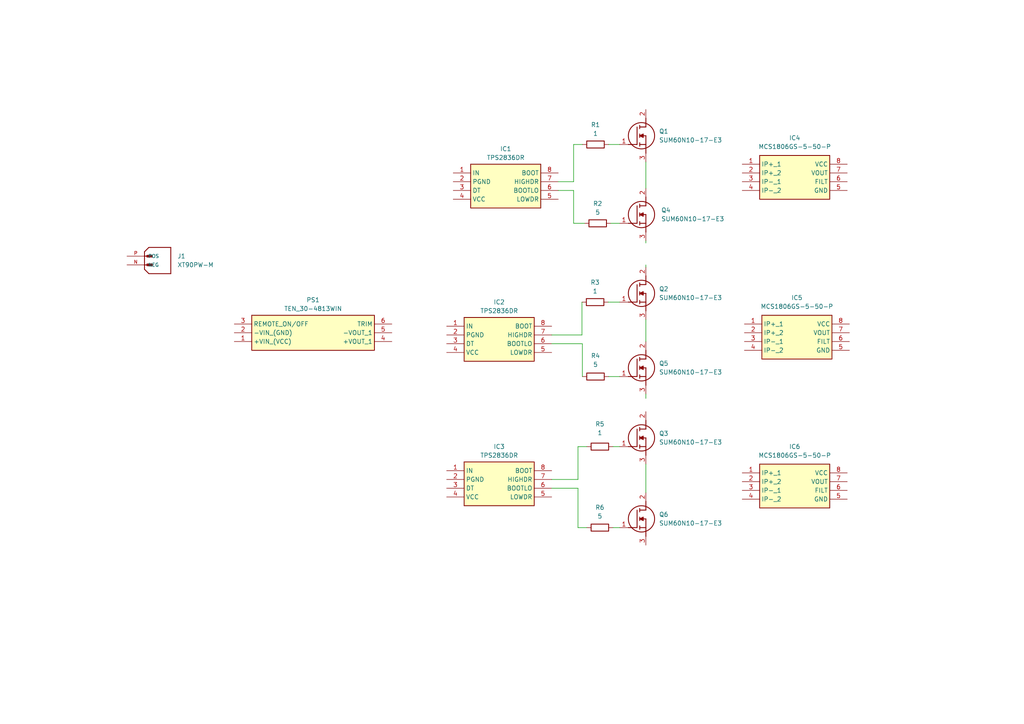
<source format=kicad_sch>
(kicad_sch (version 20230121) (generator eeschema)
  (paper "A4")
  (lib_symbols
    (symbol "Device:R" (pin_numbers hide) (pin_names (offset 0))
      (property "Reference" "R" (at 2.032 0 90))
      (property "Value" "R" (at 0 0 90))
      (symbol "R_0_1"
        (rectangle (start -1.016 -2.54) (end 1.016 2.54) (stroke (width 0.254)))
      )
      (symbol "R_1_1"
        (pin passive line (at 0 3.81 270) (length 1.27) (name "~") (number "1"))
        (pin passive line (at 0 -3.81 90) (length 1.27) (name "~") (number "2"))
      )
    )
    (symbol "MCS1806GS-5-50-P:MCS1806GS-5-50-P"
      (property "Reference" "IC" (at 26.67 7.62 0))
      (property "Value" "MCS1806GS-5-50-P" (at 26.67 5.08 0))
      (symbol "MCS1806GS-5-50-P_1_1"
        (rectangle (start 5.08 2.54) (end 25.4 -10.16) (stroke (width 0.254)) (fill (type background)))
        (pin passive line (at 0 0 0) (length 5.08) (name "IP+_1") (number "1"))
        (pin passive line (at 0 -2.54 0) (length 5.08) (name "IP+_2") (number "2"))
        (pin passive line (at 0 -5.08 0) (length 5.08) (name "IP-_1") (number "3"))
        (pin passive line (at 0 -7.62 0) (length 5.08) (name "IP-_2") (number "4"))
        (pin passive line (at 30.48 -7.62 180) (length 5.08) (name "GND") (number "5"))
        (pin passive line (at 30.48 -5.08 180) (length 5.08) (name "FILT") (number "6"))
        (pin passive line (at 30.48 -2.54 180) (length 5.08) (name "VOUT") (number "7"))
        (pin passive line (at 30.48 0 180) (length 5.08) (name "VCC") (number "8"))
      )
    )
    (symbol "SUM60N10-17-E3:SUM60N10-17-E3" (pin_names hide)
      (property "Reference" "Q" (at 11.43 3.81 0))
      (property "Value" "SUM60N10-17-E3" (at 11.43 1.27 0))
      (symbol "SUM60N10-17-E3_1_1"
        (polyline (pts (xy 2.54 0) (xy 5.08 0)) (stroke (width 0.254)))
        (polyline (pts (xy 5.08 5.08) (xy 5.08 0)) (stroke (width 0.254)))
        (polyline (pts (xy 5.842 -0.508) (xy 5.842 0.508)) (stroke (width 0.254)))
        (polyline (pts (xy 5.842 0) (xy 7.62 0)) (stroke (width 0.254)))
        (polyline (pts (xy 5.842 2.032) (xy 5.842 3.048)) (stroke (width 0.254)))
        (polyline (pts (xy 5.842 5.588) (xy 5.842 4.572)) (stroke (width 0.254)))
        (polyline (pts (xy 7.62 2.54) (xy 5.842 2.54)) (stroke (width 0.254)))
        (polyline (pts (xy 7.62 2.54) (xy 7.62 -2.54)) (stroke (width 0.254)))
        (polyline (pts (xy 7.62 5.08) (xy 5.842 5.08)) (stroke (width 0.254)))
        (polyline (pts (xy 7.62 5.08) (xy 7.62 7.62)) (stroke (width 0.254)))
        (polyline (pts (xy 5.842 2.54) (xy 6.858 3.048) (xy 6.858 2.032) (xy 5.842 2.54)) (stroke (width 0.254)) (fill (type outline)))
        (circle (center 6.35 2.54) (radius 3.81) (stroke (width 0.254)))
        (pin passive line (at 0 0 0) (length 2.54) (name "G") (number "1"))
        (pin passive line (at 7.62 10.16 270) (length 2.54) (name "D") (number "2"))
        (pin passive line (at 7.62 -5.08 90) (length 2.54) (name "S") (number "3"))
      )
    )
    (symbol "TEN_30-4813WIN:TEN_30-4813WIN"
      (property "Reference" "PS" (at 41.91 7.62 0))
      (property "Value" "TEN_30-4813WIN" (at 41.91 5.08 0))
      (symbol "TEN_30-4813WIN_1_1"
        (rectangle (start 5.08 2.54) (end 40.64 -7.62) (stroke (width 0.254)) (fill (type background)))
        (pin passive line (at 0 -5.08 0) (length 5.08) (name "+VIN_(VCC)") (number "1"))
        (pin passive line (at 0 -2.54 0) (length 5.08) (name "-VIN_(GND)") (number "2"))
        (pin passive line (at 0 0 0) (length 5.08) (name "REMOTE_ON/OFF") (number "3"))
        (pin passive line (at 45.72 -5.08 180) (length 5.08) (name "+VOUT_1") (number "4"))
        (pin passive line (at 45.72 -2.54 180) (length 5.08) (name "-VOUT_1") (number "5"))
        (pin passive line (at 45.72 0 180) (length 5.08) (name "TRIM") (number "6"))
      )
    )
    (symbol "TPS2836DR:TPS2836DR"
      (property "Reference" "IC" (at 26.67 7.62 0))
      (property "Value" "TPS2836DR" (at 26.67 5.08 0))
      (symbol "TPS2836DR_1_1"
        (rectangle (start 5.08 2.54) (end 25.4 -10.16) (stroke (width 0.254)) (fill (type background)))
        (pin passive line (at 0 0 0) (length 5.08) (name "IN") (number "1"))
        (pin passive line (at 0 -2.54 0) (length 5.08) (name "PGND") (number "2"))
        (pin passive line (at 0 -5.08 0) (length 5.08) (name "DT") (number "3"))
        (pin passive line (at 0 -7.62 0) (length 5.08) (name "VCC") (number "4"))
        (pin passive line (at 30.48 -7.62 180) (length 5.08) (name "LOWDR") (number "5"))
        (pin passive line (at 30.48 -5.08 180) (length 5.08) (name "BOOTLO") (number "6"))
        (pin passive line (at 30.48 -2.54 180) (length 5.08) (name "HIGHDR") (number "7"))
        (pin passive line (at 30.48 0 180) (length 5.08) (name "BOOT") (number "8"))
      )
    )
    (symbol "XT90PW-M:XT90PW-M" (pin_names (offset 1.016))
      (property "Reference" "J" (at 0 3.81 0))
      (property "Value" "XT90PW-M" (at 0 -7.62 0))
      (symbol "XT90PW-M_0_0"
        (polyline (pts (xy 0 -3.81) (xy 1.27 -5.08)) (stroke (width 0.254)))
        (polyline (pts (xy 0 -2.54) (xy 1.905 -2.54)) (stroke (width 0.254)))
        (polyline (pts (xy 0 0) (xy 0 -3.81)) (stroke (width 0.254)))
        (polyline (pts (xy 0 0) (xy 1.905 0)) (stroke (width 0.254)))
        (polyline (pts (xy 0 1.27) (xy 0 0)) (stroke (width 0.254)))
        (polyline (pts (xy 0 1.27) (xy 1.27 2.54)) (stroke (width 0.254)))
        (polyline (pts (xy 1.27 -5.08) (xy 7.62 -5.08)) (stroke (width 0.254)))
        (polyline (pts (xy 7.62 -5.08) (xy 7.62 2.54)) (stroke (width 0.254)))
        (polyline (pts (xy 7.62 2.54) (xy 1.27 2.54)) (stroke (width 0.254)))
        (rectangle (start 0.635 -2.8575) (end 2.2225 -2.2225) (stroke (width 0.1)) (fill (type outline)))
        (rectangle (start 0.635 -0.3175) (end 2.2225 0.3175) (stroke (width 0.1)) (fill (type outline)))
        (pin passive line (at -5.08 -2.54 0) (length 5.08) (name "NEG") (number "N"))
        (pin passive line (at -5.08 0 0) (length 5.08) (name "POS") (number "P"))
      )
    )
  )
  (wire (pts (xy 166.37 64.77) (xy 169.545 64.77)))
  (wire (pts (xy 167.64 153.035) (xy 167.64 141.605)))
  (wire (pts (xy 187.325 46.99) (xy 187.325 54.61)))
  (wire (pts (xy 168.7928 97.155) (xy 168.7928 87.6317)))
  (wire (pts (xy 166.37 52.705) (xy 166.37 41.91)))
  (wire (pts (xy 177.8 129.54) (xy 179.705 129.54)))
  (wire (pts (xy 177.165 64.77) (xy 179.705 64.77)))
  (wire (pts (xy 166.37 41.91) (xy 168.91 41.91)))
  (wire (pts (xy 176.4128 87.63) (xy 179.705 87.63)))
  (wire (pts (xy 176.53 41.91) (xy 179.705 41.91)))
  (wire (pts (xy 160.02 139.065) (xy 167.64 139.065)))
  (wire (pts (xy 187.325 92.71) (xy 187.325 99.06)))
  (wire (pts (xy 160.02 99.695) (xy 168.91 99.695)))
  (wire (pts (xy 187.325 70.485) (xy 187.325 69.85)))
  (wire (pts (xy 161.925 55.245) (xy 166.37 55.245)))
  (wire (pts (xy 176.53 109.22) (xy 179.705 109.22)))
  (wire (pts (xy 160.02 97.155) (xy 168.7928 97.155)))
  (wire (pts (xy 161.925 52.705) (xy 166.37 52.705)))
  (wire (pts (xy 168.91 99.695) (xy 168.91 109.22)))
  (wire (pts (xy 167.64 129.54) (xy 170.18 129.54)))
  (wire (pts (xy 176.4128 87.63) (xy 176.4128 87.6317)))
  (wire (pts (xy 187.325 76.835) (xy 187.325 77.47)))
  (wire (pts (xy 167.64 153.035) (xy 170.18 153.035)))
  (wire (pts (xy 167.64 139.065) (xy 167.64 129.54)))
  (wire (pts (xy 187.325 134.62) (xy 187.325 142.875)))
  (wire (pts (xy 166.37 55.245) (xy 166.37 64.77)))
  (wire (pts (xy 167.64 141.605) (xy 160.02 141.605)))
  (wire (pts (xy 177.8 153.035) (xy 179.705 153.035)))
  (wire (pts (xy 187.325 114.3) (xy 187.325 115.57)))
  (symbol (lib_id "SUM60N10-17-E3:SUM60N10-17-E3") (at 179.705 87.63 0) (unit 1)
    (property "Reference" "Q2" (at 191.135 83.82 0) (effects (justify left)))
    (property "Value" "SUM60N10-17-E3" (at 191.135 86.36 0) (effects (justify left)))
    (property "Footprint" "Importés_onduleur:SUM60N1017E3" (effects hide))
    (property "Datasheet" "https://www.arrow.com/en/products/sum60n10-17-e3/vishay" (effects hide))
    (property "Height" "4.826" (effects hide))
    (property "Mouser Part Number" "781-SUM60N10-17-E3" (effects hide))
    (property "Mouser Price/Stock" "https://www.mouser.co.uk/ProductDetail/Vishay-Semiconductors/SUM60N10-17-E3?qs=xrZAeqbNnhg%2FkDTdb4X2ww%3D%3D" (effects hide))
    (property "Manufacturer_Name" "Vishay" (effects hide))
    (property "Manufacturer_Part_Number" "SUM60N10-17-E3" (effects hide))
  )
  (symbol (lib_id "MCS1806GS-5-50-P:MCS1806GS-5-50-P") (at 215.9 93.98 0) (unit 1)
    (property "Reference" "IC5" (at 231.14 86.36 0))
    (property "Value" "MCS1806GS-5-50-P" (at 231.14 88.9 0))
    (property "Footprint" "Importés_onduleur:MCS1806GS-5-50-P" (effects hide))
    (property "Datasheet" "https://www.mouser.de/datasheet/2/277/MCS1806GS-3073842.pdf" (effects hide))
    (property "Height" "1.75" (effects hide))
    (property "Mouser Part Number" "946-MCS1806GS-5-50-P" (effects hide))
    (property "Mouser Price/Stock" "https://www.mouser.co.uk/ProductDetail/Monolithic-Power-Systems-MPS/MCS1806GS-5-50-P?qs=Y0Uzf4wQF3ksy8AiwScFAQ%3D%3D" (effects hide))
    (property "Manufacturer_Name" "Monolithic Power Systems (MPS)" (effects hide))
    (property "Manufacturer_Part_Number" "MCS1806GS-5-50-P" (effects hide))
  )
  (symbol (lib_id "Device:R") (at 172.72 41.91 90) (unit 1)
    (property "Reference" "R1" (at 172.72 36.195 90))
    (property "Value" "1" (at 172.72 38.735 90))
    (property "Footprint" "Resistor_SMD:R_0805_2012Metric" (effects hide))
  )
  (symbol (lib_id "SUM60N10-17-E3:SUM60N10-17-E3") (at 179.705 41.91 0) (unit 1)
    (property "Reference" "Q1" (at 191.135 38.1 0) (effects (justify left)))
    (property "Value" "SUM60N10-17-E3" (at 191.135 40.64 0) (effects (justify left)))
    (property "Footprint" "Importés_onduleur:SUM60N1017E3" (effects hide))
    (property "Datasheet" "https://www.arrow.com/en/products/sum60n10-17-e3/vishay" (effects hide))
    (property "Height" "4.826" (effects hide))
    (property "Mouser Part Number" "781-SUM60N10-17-E3" (effects hide))
    (property "Mouser Price/Stock" "https://www.mouser.co.uk/ProductDetail/Vishay-Semiconductors/SUM60N10-17-E3?qs=xrZAeqbNnhg%2FkDTdb4X2ww%3D%3D" (effects hide))
    (property "Manufacturer_Name" "Vishay" (effects hide))
    (property "Manufacturer_Part_Number" "SUM60N10-17-E3" (effects hide))
  )
  (symbol (lib_id "SUM60N10-17-E3:SUM60N10-17-E3") (at 179.705 129.54 0) (unit 1)
    (property "Reference" "Q3" (at 191.135 125.73 0) (effects (justify left)))
    (property "Value" "SUM60N10-17-E3" (at 191.135 128.27 0) (effects (justify left)))
    (property "Footprint" "Importés_onduleur:SUM60N1017E3" (effects hide))
    (property "Datasheet" "https://www.arrow.com/en/products/sum60n10-17-e3/vishay" (effects hide))
    (property "Height" "4.826" (effects hide))
    (property "Mouser Part Number" "781-SUM60N10-17-E3" (effects hide))
    (property "Mouser Price/Stock" "https://www.mouser.co.uk/ProductDetail/Vishay-Semiconductors/SUM60N10-17-E3?qs=xrZAeqbNnhg%2FkDTdb4X2ww%3D%3D" (effects hide))
    (property "Manufacturer_Name" "Vishay" (effects hide))
    (property "Manufacturer_Part_Number" "SUM60N10-17-E3" (effects hide))
  )
  (symbol (lib_id "XT90PW-M:XT90PW-M") (at 41.91 74.295 0) (unit 1)
    (property "Reference" "J1" (at 51.435 74.295 0) (effects (justify left)))
    (property "Value" "XT90PW-M" (at 51.435 76.835 0) (effects (justify left)))
    (property "Footprint" "Importés_onduleur:XT90PW-M" (effects hide))
    (property "MF" "AMASS" (effects hide))
    (property "Description" "\nSocket; DC supply; XT90; male; PIN: 2; on PCBs; THT; Colour: yellow\n" (effects hide))
    (property "Package" "Package" (effects hide))
    (property "Price" "None" (effects hide))
    (property "Check_prices" "https://www.snapeda.com/parts/XT90PW-M/AMASS/view-part/?ref=eda" (effects hide))
    (property "MAXIMUM_PACKAGE_HIEGHT" "10.3mm" (effects hide))
    (property "STANDARD" "Manufacturer Recommendations" (effects hide))
    (property "PARTREV" "V00" (effects hide))
    (property "SnapEDA_Link" "https://www.snapeda.com/parts/XT90PW-M/AMASS/view-part/?ref=snap" (effects hide))
    (property "MP" "XT90PW-M" (effects hide))
    (property "Availability" "Not in stock" (effects hide))
    (property "MANUFACTURER" "AMASS" (effects hide))
  )
  (symbol (lib_id "Device:R") (at 173.99 153.035 90) (unit 1)
    (property "Reference" "R6" (at 173.99 147.1901 90))
    (property "Value" "5" (at 173.99 149.7301 90))
    (property "Footprint" "Resistor_SMD:R_0805_2012Metric" (effects hide))
  )
  (symbol (lib_id "Device:R") (at 172.72 109.22 90) (unit 1)
    (property "Reference" "R4" (at 172.72 103.1947 90))
    (property "Value" "5" (at 172.72 105.7347 90))
    (property "Footprint" "Resistor_SMD:R_0805_2012Metric" (effects hide))
  )
  (symbol (lib_id "Device:R") (at 173.99 129.54 90) (unit 1)
    (property "Reference" "R5" (at 173.99 123.0042 90))
    (property "Value" "1" (at 173.99 125.5442 90))
    (property "Footprint" "Resistor_SMD:R_0805_2012Metric" (effects hide))
  )
  (symbol (lib_id "SUM60N10-17-E3:SUM60N10-17-E3") (at 179.705 153.035 0) (unit 1)
    (property "Reference" "Q6" (at 191.135 149.225 0) (effects (justify left)))
    (property "Value" "SUM60N10-17-E3" (at 191.135 151.765 0) (effects (justify left)))
    (property "Footprint" "Importés_onduleur:SUM60N1017E3" (effects hide))
    (property "Datasheet" "https://www.arrow.com/en/products/sum60n10-17-e3/vishay" (effects hide))
    (property "Height" "4.826" (effects hide))
    (property "Mouser Part Number" "781-SUM60N10-17-E3" (effects hide))
    (property "Mouser Price/Stock" "https://www.mouser.co.uk/ProductDetail/Vishay-Semiconductors/SUM60N10-17-E3?qs=xrZAeqbNnhg%2FkDTdb4X2ww%3D%3D" (effects hide))
    (property "Manufacturer_Name" "Vishay" (effects hide))
    (property "Manufacturer_Part_Number" "SUM60N10-17-E3" (effects hide))
  )
  (symbol (lib_id "SUM60N10-17-E3:SUM60N10-17-E3") (at 179.705 109.22 0) (unit 1)
    (property "Reference" "Q5" (at 191.135 105.41 0) (effects (justify left)))
    (property "Value" "SUM60N10-17-E3" (at 191.135 107.95 0) (effects (justify left)))
    (property "Footprint" "Importés_onduleur:SUM60N1017E3" (effects hide))
    (property "Datasheet" "https://www.arrow.com/en/products/sum60n10-17-e3/vishay" (effects hide))
    (property "Height" "4.826" (effects hide))
    (property "Mouser Part Number" "781-SUM60N10-17-E3" (effects hide))
    (property "Mouser Price/Stock" "https://www.mouser.co.uk/ProductDetail/Vishay-Semiconductors/SUM60N10-17-E3?qs=xrZAeqbNnhg%2FkDTdb4X2ww%3D%3D" (effects hide))
    (property "Manufacturer_Name" "Vishay" (effects hide))
    (property "Manufacturer_Part_Number" "SUM60N10-17-E3" (effects hide))
  )
  (symbol (lib_id "TEN_30-4813WIN:TEN_30-4813WIN") (at 67.945 93.98 0) (unit 1)
    (property "Reference" "PS1" (at 90.805 86.995 0))
    (property "Value" "TEN_30-4813WIN" (at 90.805 89.535 0))
    (property "Footprint" "Importés_onduleur:TEN302412WIN" (effects hide))
    (property "Datasheet" "https://tracopower.com/ten30win-datasheet/" (effects hide))
    (property "Height" "10.7" (effects hide))
    (property "Mouser Part Number" "495-TEN30-4813WIN" (effects hide))
    (property "Mouser Price/Stock" "https://www.mouser.co.uk/ProductDetail/TRACO-Power/TEN-30-4813WIN?qs=ckJk83FOD0XsvTfYN4j3sA%3D%3D" (effects hide))
    (property "Manufacturer_Name" "Traco Power" (effects hide))
    (property "Manufacturer_Part_Number" "TEN 30-4813WIN" (effects hide))
  )
  (symbol (lib_id "TPS2836DR:TPS2836DR") (at 131.445 50.165 0) (unit 1)
    (property "Reference" "IC1" (at 146.685 43.18 0))
    (property "Value" "TPS2836DR" (at 146.685 45.72 0))
    (property "Footprint" "Importés_onduleur:TPS2836DR" (effects hide))
    (property "Datasheet" "https://www.ti.com/lit/ds/symlink/tps2836.pdf" (effects hide))
    (property "Height" "1.75" (effects hide))
    (property "Mouser Part Number" "595-TPS2836DR" (effects hide))
    (property "Mouser Price/Stock" "http://www.mouser.com/Search/ProductDetail.aspx?qs=zwk82MlA57aWuKzrQwsSQA%3d%3d" (effects hide))
    (property "Manufacturer_Name" "Texas Instruments" (effects hide))
    (property "Manufacturer_Part_Number" "TPS2836DR" (effects hide))
  )
  (symbol (lib_id "TPS2836DR:TPS2836DR") (at 129.54 136.525 0) (unit 1)
    (property "Reference" "IC3" (at 144.78 129.54 0))
    (property "Value" "TPS2836DR" (at 144.78 132.08 0))
    (property "Footprint" "Importés_onduleur:TPS2836DR" (effects hide))
    (property "Datasheet" "https://www.ti.com/lit/ds/symlink/tps2836.pdf" (effects hide))
    (property "Height" "1.75" (effects hide))
    (property "Mouser Part Number" "595-TPS2836DR" (effects hide))
    (property "Mouser Price/Stock" "http://www.mouser.com/Search/ProductDetail.aspx?qs=zwk82MlA57aWuKzrQwsSQA%3d%3d" (effects hide))
    (property "Manufacturer_Name" "Texas Instruments" (effects hide))
    (property "Manufacturer_Part_Number" "TPS2836DR" (effects hide))
  )
  (symbol (lib_id "Device:R") (at 172.6028 87.6317 90) (unit 1)
    (property "Reference" "R3" (at 172.6028 81.915 90))
    (property "Value" "1" (at 172.6028 84.455 90))
    (property "Footprint" "Resistor_SMD:R_0805_2012Metric" (effects hide))
  )
  (symbol (lib_id "MCS1806GS-5-50-P:MCS1806GS-5-50-P") (at 215.265 137.16 0) (unit 1)
    (property "Reference" "IC6" (at 230.505 129.54 0))
    (property "Value" "MCS1806GS-5-50-P" (at 230.505 132.08 0))
    (property "Footprint" "Importés_onduleur:MCS1806GS-5-50-P" (effects hide))
    (property "Datasheet" "https://www.mouser.de/datasheet/2/277/MCS1806GS-3073842.pdf" (effects hide))
    (property "Height" "1.75" (effects hide))
    (property "Mouser Part Number" "946-MCS1806GS-5-50-P" (effects hide))
    (property "Mouser Price/Stock" "https://www.mouser.co.uk/ProductDetail/Monolithic-Power-Systems-MPS/MCS1806GS-5-50-P?qs=Y0Uzf4wQF3ksy8AiwScFAQ%3D%3D" (effects hide))
    (property "Manufacturer_Name" "Monolithic Power Systems (MPS)" (effects hide))
    (property "Manufacturer_Part_Number" "MCS1806GS-5-50-P" (effects hide))
  )
  (symbol (lib_id "MCS1806GS-5-50-P:MCS1806GS-5-50-P") (at 215.265 47.625 0) (unit 1)
    (property "Reference" "IC4" (at 230.505 40.005 0))
    (property "Value" "MCS1806GS-5-50-P" (at 230.505 42.545 0))
    (property "Footprint" "Importés_onduleur:MCS1806GS-5-50-P" (effects hide))
    (property "Datasheet" "https://www.mouser.de/datasheet/2/277/MCS1806GS-3073842.pdf" (effects hide))
    (property "Height" "1.75" (effects hide))
    (property "Mouser Part Number" "946-MCS1806GS-5-50-P" (effects hide))
    (property "Mouser Price/Stock" "https://www.mouser.co.uk/ProductDetail/Monolithic-Power-Systems-MPS/MCS1806GS-5-50-P?qs=Y0Uzf4wQF3ksy8AiwScFAQ%3D%3D" (effects hide))
    (property "Manufacturer_Name" "Monolithic Power Systems (MPS)" (effects hide))
    (property "Manufacturer_Part_Number" "MCS1806GS-5-50-P" (effects hide))
  )
  (symbol (lib_id "SUM60N10-17-E3:SUM60N10-17-E3") (at 179.705 64.77 0) (unit 1)
    (property "Reference" "Q4" (at 191.77 60.96 0) (effects (justify left)))
    (property "Value" "SUM60N10-17-E3" (at 191.77 63.5 0) (effects (justify left)))
    (property "Footprint" "Importés_onduleur:SUM60N1017E3" (effects hide))
    (property "Datasheet" "https://www.arrow.com/en/products/sum60n10-17-e3/vishay" (effects hide))
    (property "Height" "4.826" (effects hide))
    (property "Mouser Part Number" "781-SUM60N10-17-E3" (effects hide))
    (property "Mouser Price/Stock" "https://www.mouser.co.uk/ProductDetail/Vishay-Semiconductors/SUM60N10-17-E3?qs=xrZAeqbNnhg%2FkDTdb4X2ww%3D%3D" (effects hide))
    (property "Manufacturer_Name" "Vishay" (effects hide))
    (property "Manufacturer_Part_Number" "SUM60N10-17-E3" (effects hide))
  )
  (symbol (lib_id "TPS2836DR:TPS2836DR") (at 129.54 94.615 0) (unit 1)
    (property "Reference" "IC2" (at 144.78 87.63 0))
    (property "Value" "TPS2836DR" (at 144.78 90.17 0))
    (property "Footprint" "Importés_onduleur:TPS2836DR" (effects hide))
    (property "Datasheet" "https://www.ti.com/lit/ds/symlink/tps2836.pdf" (effects hide))
    (property "Height" "1.75" (effects hide))
    (property "Mouser Part Number" "595-TPS2836DR" (effects hide))
    (property "Mouser Price/Stock" "http://www.mouser.com/Search/ProductDetail.aspx?qs=zwk82MlA57aWuKzrQwsSQA%3d%3d" (effects hide))
    (property "Manufacturer_Name" "Texas Instruments" (effects hide))
    (property "Manufacturer_Part_Number" "TPS2836DR" (effects hide))
  )
  (symbol (lib_id "Device:R") (at 173.355 64.77 90) (unit 1)
    (property "Reference" "R2" (at 173.355 59.055 90))
    (property "Value" "5" (at 173.355 61.595 90))
    (property "Footprint" "Resistor_SMD:R_0805_2012Metric" (effects hide))
  )
)
</source>
